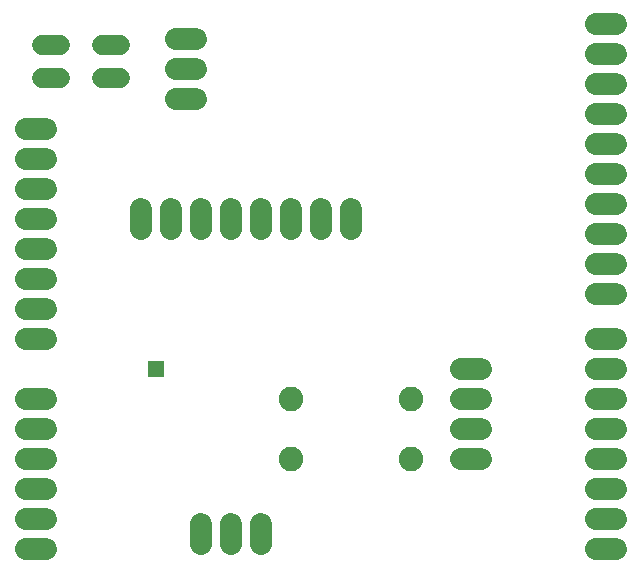
<source format=gts>
G75*
%MOIN*%
%OFA0B0*%
%FSLAX24Y24*%
%IPPOS*%
%LPD*%
%AMOC8*
5,1,8,0,0,1.08239X$1,22.5*
%
%ADD10C,0.0740*%
%ADD11C,0.0820*%
%ADD12C,0.0680*%
%ADD13R,0.0560X0.0560*%
D10*
X001070Y002150D02*
X001730Y002150D01*
X001730Y003150D02*
X001070Y003150D01*
X001070Y004150D02*
X001730Y004150D01*
X001730Y005150D02*
X001070Y005150D01*
X001070Y006150D02*
X001730Y006150D01*
X001730Y007150D02*
X001070Y007150D01*
X001070Y009150D02*
X001730Y009150D01*
X001730Y010150D02*
X001070Y010150D01*
X001070Y011150D02*
X001730Y011150D01*
X001730Y012150D02*
X001070Y012150D01*
X001070Y013150D02*
X001730Y013150D01*
X001730Y014150D02*
X001070Y014150D01*
X001070Y015150D02*
X001730Y015150D01*
X001730Y016150D02*
X001070Y016150D01*
X004900Y013480D02*
X004900Y012820D01*
X005900Y012820D02*
X005900Y013480D01*
X006900Y013480D02*
X006900Y012820D01*
X007900Y012820D02*
X007900Y013480D01*
X008900Y013480D02*
X008900Y012820D01*
X009900Y012820D02*
X009900Y013480D01*
X010900Y013480D02*
X010900Y012820D01*
X011900Y012820D02*
X011900Y013480D01*
X015570Y008150D02*
X016230Y008150D01*
X016230Y007150D02*
X015570Y007150D01*
X015570Y006150D02*
X016230Y006150D01*
X016230Y005150D02*
X015570Y005150D01*
X020070Y005150D02*
X020730Y005150D01*
X020730Y006150D02*
X020070Y006150D01*
X020070Y007150D02*
X020730Y007150D01*
X020730Y008150D02*
X020070Y008150D01*
X020070Y009150D02*
X020730Y009150D01*
X020730Y010650D02*
X020070Y010650D01*
X020070Y011650D02*
X020730Y011650D01*
X020730Y012650D02*
X020070Y012650D01*
X020070Y013650D02*
X020730Y013650D01*
X020730Y014650D02*
X020070Y014650D01*
X020070Y015650D02*
X020730Y015650D01*
X020730Y016650D02*
X020070Y016650D01*
X020070Y017650D02*
X020730Y017650D01*
X020730Y018650D02*
X020070Y018650D01*
X020070Y019650D02*
X020730Y019650D01*
X020730Y004150D02*
X020070Y004150D01*
X020070Y003150D02*
X020730Y003150D01*
X020730Y002150D02*
X020070Y002150D01*
X008900Y002320D02*
X008900Y002980D01*
X007900Y002980D02*
X007900Y002320D01*
X006900Y002320D02*
X006900Y002980D01*
X006730Y017150D02*
X006070Y017150D01*
X006070Y018150D02*
X006730Y018150D01*
X006730Y019150D02*
X006070Y019150D01*
D11*
X009900Y007150D03*
X009900Y005150D03*
X013900Y005150D03*
X013900Y007150D03*
D12*
X004200Y017850D02*
X003600Y017850D01*
X003600Y018950D02*
X004200Y018950D01*
X002200Y018950D02*
X001600Y018950D01*
X001600Y017850D02*
X002200Y017850D01*
D13*
X005400Y008150D03*
M02*

</source>
